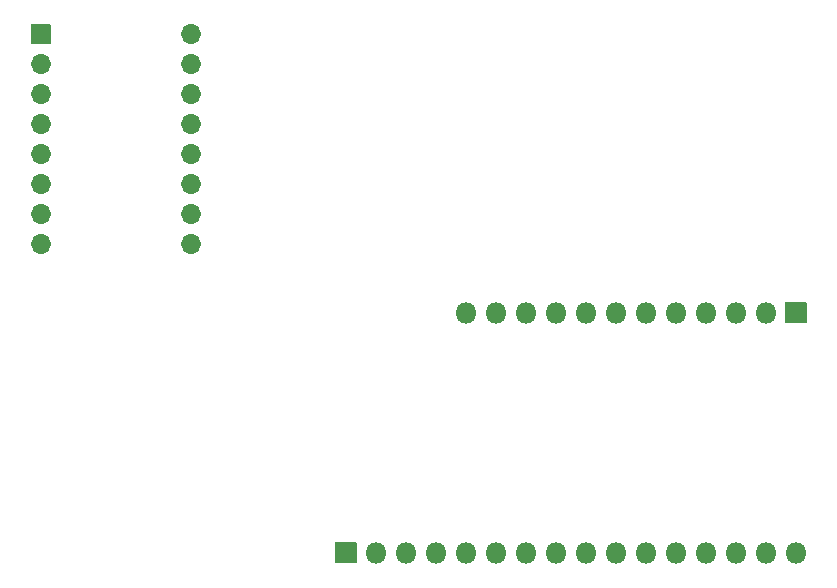
<source format=gbr>
G04 #@! TF.GenerationSoftware,KiCad,Pcbnew,(5.1.9)-1*
G04 #@! TF.CreationDate,2022-06-25T15:55:54-04:00*
G04 #@! TF.ProjectId,TarotMachine,5461726f-744d-4616-9368-696e652e6b69,rev?*
G04 #@! TF.SameCoordinates,Original*
G04 #@! TF.FileFunction,Soldermask,Bot*
G04 #@! TF.FilePolarity,Negative*
%FSLAX46Y46*%
G04 Gerber Fmt 4.6, Leading zero omitted, Abs format (unit mm)*
G04 Created by KiCad (PCBNEW (5.1.9)-1) date 2022-06-25 15:55:54*
%MOMM*%
%LPD*%
G01*
G04 APERTURE LIST*
%ADD10O,1.802000X1.802000*%
%ADD11O,1.702000X1.702000*%
G04 APERTURE END LIST*
D10*
X92450000Y-48390000D03*
X89910000Y-48390000D03*
X87370000Y-48390000D03*
X84830000Y-48390000D03*
X82290000Y-48390000D03*
X79750000Y-48390000D03*
X77210000Y-48390000D03*
X74670000Y-48390000D03*
X72130000Y-48390000D03*
X69590000Y-48390000D03*
X67050000Y-48390000D03*
X64510000Y-48390000D03*
X61970000Y-48390000D03*
X59430000Y-48390000D03*
X56890000Y-48390000D03*
G36*
G01*
X55200000Y-49291000D02*
X53500000Y-49291000D01*
G75*
G02*
X53449000Y-49240000I0J51000D01*
G01*
X53449000Y-47540000D01*
G75*
G02*
X53500000Y-47489000I51000J0D01*
G01*
X55200000Y-47489000D01*
G75*
G02*
X55251000Y-47540000I0J-51000D01*
G01*
X55251000Y-49240000D01*
G75*
G02*
X55200000Y-49291000I-51000J0D01*
G01*
G37*
X64510000Y-28070000D03*
X67050000Y-28070000D03*
X69590000Y-28070000D03*
X72130000Y-28070000D03*
X74670000Y-28070000D03*
X77210000Y-28070000D03*
X79750000Y-28070000D03*
X82290000Y-28070000D03*
X84830000Y-28070000D03*
X87370000Y-28070000D03*
X89910000Y-28070000D03*
G36*
G01*
X91600000Y-27169000D02*
X93300000Y-27169000D01*
G75*
G02*
X93351000Y-27220000I0J-51000D01*
G01*
X93351000Y-28920000D01*
G75*
G02*
X93300000Y-28971000I-51000J0D01*
G01*
X91600000Y-28971000D01*
G75*
G02*
X91549000Y-28920000I0J51000D01*
G01*
X91549000Y-27220000D01*
G75*
G02*
X91600000Y-27169000I51000J0D01*
G01*
G37*
G36*
G01*
X27649000Y-5300000D02*
X27649000Y-3700000D01*
G75*
G02*
X27700000Y-3649000I51000J0D01*
G01*
X29300000Y-3649000D01*
G75*
G02*
X29351000Y-3700000I0J-51000D01*
G01*
X29351000Y-5300000D01*
G75*
G02*
X29300000Y-5351000I-51000J0D01*
G01*
X27700000Y-5351000D01*
G75*
G02*
X27649000Y-5300000I0J51000D01*
G01*
G37*
D11*
X41200000Y-22280000D03*
X28500000Y-7040000D03*
X41200000Y-19740000D03*
X28500000Y-9580000D03*
X41200000Y-17200000D03*
X28500000Y-12120000D03*
X41200000Y-14660000D03*
X28500000Y-14660000D03*
X41200000Y-12120000D03*
X28500000Y-17200000D03*
X41200000Y-9580000D03*
X28500000Y-19740000D03*
X41200000Y-7040000D03*
X28500000Y-22280000D03*
X41200000Y-4500000D03*
M02*

</source>
